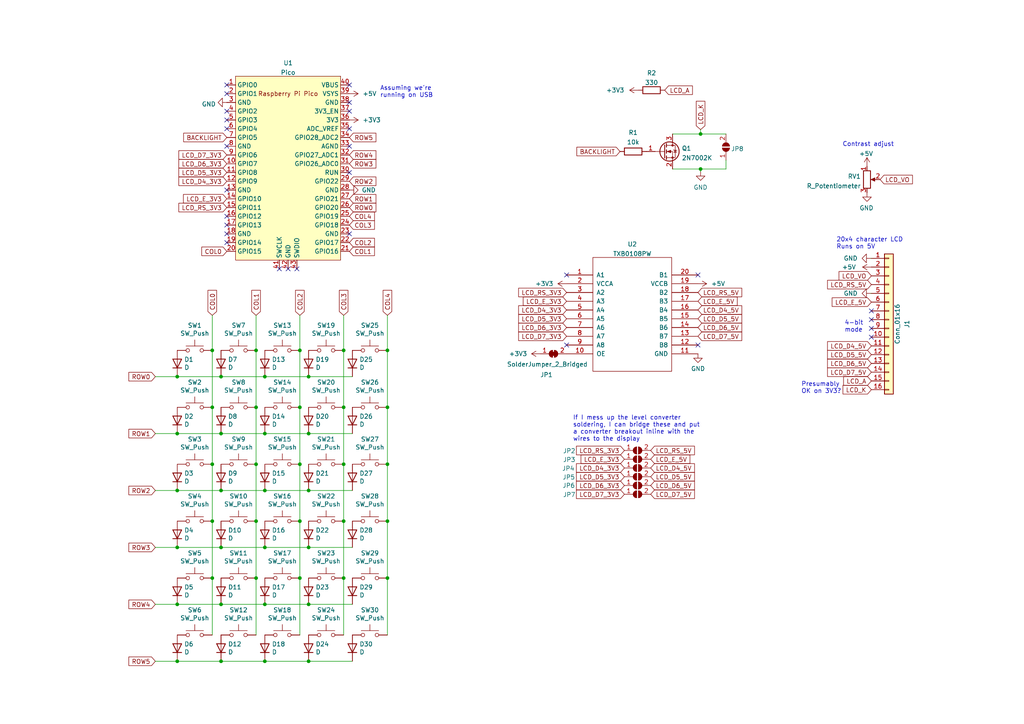
<source format=kicad_sch>
(kicad_sch (version 20210621) (generator eeschema)
  (paper "A4")
  (lib_symbols
    (symbol "Connector_Generic:Conn_01x16" (pin_names (offset 1.016) hide)
      (property "Reference" "J" (at 0 20.32 0))
      (property "Value" "Conn_01x16" (at 0 -22.86 0))
      (symbol "Conn_01x16_1_1"
        (rectangle (start -1.27 -20.193) (end 0 -20.447) (stroke (width 0.1524)))
        (rectangle (start -1.27 -17.653) (end 0 -17.907) (stroke (width 0.1524)))
        (rectangle (start -1.27 -15.113) (end 0 -15.367) (stroke (width 0.1524)))
        (rectangle (start -1.27 -12.573) (end 0 -12.827) (stroke (width 0.1524)))
        (rectangle (start -1.27 -10.033) (end 0 -10.287) (stroke (width 0.1524)))
        (rectangle (start -1.27 -7.493) (end 0 -7.747) (stroke (width 0.1524)))
        (rectangle (start -1.27 -4.953) (end 0 -5.207) (stroke (width 0.1524)))
        (rectangle (start -1.27 -2.413) (end 0 -2.667) (stroke (width 0.1524)))
        (rectangle (start -1.27 0.127) (end 0 -0.127) (stroke (width 0.1524)))
        (rectangle (start -1.27 2.667) (end 0 2.413) (stroke (width 0.1524)))
        (rectangle (start -1.27 5.207) (end 0 4.953) (stroke (width 0.1524)))
        (rectangle (start -1.27 7.747) (end 0 7.493) (stroke (width 0.1524)))
        (rectangle (start -1.27 10.287) (end 0 10.033) (stroke (width 0.1524)))
        (rectangle (start -1.27 12.827) (end 0 12.573) (stroke (width 0.1524)))
        (rectangle (start -1.27 15.367) (end 0 15.113) (stroke (width 0.1524)))
        (rectangle (start -1.27 17.907) (end 0 17.653) (stroke (width 0.1524)))
        (rectangle (start -1.27 19.05) (end 1.27 -21.59) (stroke (width 0.254)) (fill (type background)))
        (pin passive line (at -5.08 17.78 0) (length 3.81) (name "Pin_1") (number "1"))
        (pin passive line (at -5.08 -5.08 0) (length 3.81) (name "Pin_10") (number "10"))
        (pin passive line (at -5.08 -7.62 0) (length 3.81) (name "Pin_11") (number "11"))
        (pin passive line (at -5.08 -10.16 0) (length 3.81) (name "Pin_12") (number "12"))
        (pin passive line (at -5.08 -12.7 0) (length 3.81) (name "Pin_13") (number "13"))
        (pin passive line (at -5.08 -15.24 0) (length 3.81) (name "Pin_14") (number "14"))
        (pin passive line (at -5.08 -17.78 0) (length 3.81) (name "Pin_15") (number "15"))
        (pin passive line (at -5.08 -20.32 0) (length 3.81) (name "Pin_16") (number "16"))
        (pin passive line (at -5.08 15.24 0) (length 3.81) (name "Pin_2") (number "2"))
        (pin passive line (at -5.08 12.7 0) (length 3.81) (name "Pin_3") (number "3"))
        (pin passive line (at -5.08 10.16 0) (length 3.81) (name "Pin_4") (number "4"))
        (pin passive line (at -5.08 7.62 0) (length 3.81) (name "Pin_5") (number "5"))
        (pin passive line (at -5.08 5.08 0) (length 3.81) (name "Pin_6") (number "6"))
        (pin passive line (at -5.08 2.54 0) (length 3.81) (name "Pin_7") (number "7"))
        (pin passive line (at -5.08 0 0) (length 3.81) (name "Pin_8") (number "8"))
        (pin passive line (at -5.08 -2.54 0) (length 3.81) (name "Pin_9") (number "9"))
      )
    )
    (symbol "Device:D" (pin_numbers hide) (pin_names (offset 1.016) hide)
      (property "Reference" "D" (at 0 2.54 0))
      (property "Value" "D" (at 0 -2.54 0))
      (symbol "D_0_1"
        (polyline (pts (xy -1.27 1.27) (xy -1.27 -1.27)) (stroke (width 0.254)))
        (polyline (pts (xy 1.27 0) (xy -1.27 0)))
        (polyline (pts (xy 1.27 1.27) (xy 1.27 -1.27) (xy -1.27 0) (xy 1.27 1.27)) (stroke (width 0.254)))
      )
      (symbol "D_1_1"
        (pin passive line (at -3.81 0 0) (length 2.54) (name "K") (number "1"))
        (pin passive line (at 3.81 0 180) (length 2.54) (name "A") (number "2"))
      )
    )
    (symbol "Device:R" (pin_numbers hide) (pin_names (offset 0))
      (property "Reference" "R" (at 2.032 0 90))
      (property "Value" "R" (at 0 0 90))
      (symbol "R_0_1"
        (rectangle (start -1.016 -2.54) (end 1.016 2.54) (stroke (width 0.254)))
      )
      (symbol "R_1_1"
        (pin passive line (at 0 3.81 270) (length 1.27) (name "~") (number "1"))
        (pin passive line (at 0 -3.81 90) (length 1.27) (name "~") (number "2"))
      )
    )
    (symbol "Device:R_Potentiometer" (pin_names (offset 1.016) hide)
      (property "Reference" "RV" (at -4.445 0 90))
      (property "Value" "R_Potentiometer" (at -2.54 0 90))
      (symbol "R_Potentiometer_0_1"
        (polyline (pts (xy 2.54 0) (xy 1.524 0)))
        (polyline (pts (xy 1.143 0) (xy 2.286 0.508) (xy 2.286 -0.508) (xy 1.143 0)) (fill (type outline)))
        (rectangle (start 1.016 2.54) (end -1.016 -2.54) (stroke (width 0.254)))
      )
      (symbol "R_Potentiometer_1_1"
        (pin passive line (at 0 3.81 270) (length 1.27) (name "1") (number "1"))
        (pin passive line (at 3.81 0 180) (length 1.27) (name "2") (number "2"))
        (pin passive line (at 0 -3.81 90) (length 1.27) (name "3") (number "3"))
      )
    )
    (symbol "Jumper:SolderJumper_2_Bridged" (pin_names (offset 0) hide)
      (property "Reference" "JP" (at 0 2.032 0))
      (property "Value" "SolderJumper_2_Bridged" (at 0 -2.54 0))
      (symbol "SolderJumper_2_Bridged_0_1"
        (rectangle (start -0.508 0.508) (end 0.508 -0.508) (fill (type outline)))
        (arc (start -0.254 1.016) (mid -1.27 0) (end -0.254 -1.016))
        (arc (start -0.254 1.016) (mid -1.27 0) (end -0.254 -1.016) (fill (type outline)))
        (polyline (pts (xy -0.254 1.016) (xy -0.254 -1.016)))
        (polyline (pts (xy 0.254 1.016) (xy 0.254 -1.016)))
        (arc (start 0.254 -1.016) (mid 1.27 0) (end 0.254 1.016))
        (arc (start 0.254 -1.016) (mid 1.27 0) (end 0.254 1.016) (fill (type outline)))
      )
      (symbol "SolderJumper_2_Bridged_1_1"
        (pin passive line (at -3.81 0 0) (length 2.54) (name "A") (number "1"))
        (pin passive line (at 3.81 0 180) (length 2.54) (name "B") (number "2"))
      )
    )
    (symbol "Jumper:SolderJumper_2_Open" (pin_names (offset 0) hide)
      (property "Reference" "JP" (at 0 2.032 0))
      (property "Value" "SolderJumper_2_Open" (at 0 -2.54 0))
      (symbol "SolderJumper_2_Open_0_1"
        (arc (start -0.254 1.016) (mid -1.27 0) (end -0.254 -1.016))
        (arc (start -0.254 1.016) (mid -1.27 0) (end -0.254 -1.016) (fill (type outline)))
        (polyline (pts (xy -0.254 1.016) (xy -0.254 -1.016)))
        (polyline (pts (xy 0.254 1.016) (xy 0.254 -1.016)))
        (arc (start 0.254 -1.016) (mid 1.27 0) (end 0.254 1.016))
        (arc (start 0.254 -1.016) (mid 1.27 0) (end 0.254 1.016) (fill (type outline)))
      )
      (symbol "SolderJumper_2_Open_1_1"
        (pin passive line (at -3.81 0 0) (length 2.54) (name "A") (number "1"))
        (pin passive line (at 3.81 0 180) (length 2.54) (name "B") (number "2"))
      )
    )
    (symbol "MCU_RaspberryPi_and_Boards:Pico"
      (property "Reference" "U" (at -13.97 27.94 0))
      (property "Value" "Pico" (at 0 19.05 0))
      (symbol "Pico_0_0"
        (text "Raspberry Pi Pico" (at 0 21.59 0) (effects (font (size 1.27 1.27))))
      )
      (symbol "Pico_0_1"
        (rectangle (start -15.24 26.67) (end 15.24 -26.67) (fill (type background)))
      )
      (symbol "Pico_1_1"
        (pin bidirectional line (at -17.78 24.13 0) (length 2.54) (name "GPIO0") (number "1"))
        (pin bidirectional line (at -17.78 1.27 0) (length 2.54) (name "GPIO7") (number "10"))
        (pin bidirectional line (at -17.78 -1.27 0) (length 2.54) (name "GPIO8") (number "11"))
        (pin bidirectional line (at -17.78 -3.81 0) (length 2.54) (name "GPIO9") (number "12"))
        (pin power_in line (at -17.78 -6.35 0) (length 2.54) (name "GND") (number "13"))
        (pin bidirectional line (at -17.78 -8.89 0) (length 2.54) (name "GPIO10") (number "14"))
        (pin bidirectional line (at -17.78 -11.43 0) (length 2.54) (name "GPIO11") (number "15"))
        (pin bidirectional line (at -17.78 -13.97 0) (length 2.54) (name "GPIO12") (number "16"))
        (pin bidirectional line (at -17.78 -16.51 0) (length 2.54) (name "GPIO13") (number "17"))
        (pin power_in line (at -17.78 -19.05 0) (length 2.54) (name "GND") (number "18"))
        (pin bidirectional line (at -17.78 -21.59 0) (length 2.54) (name "GPIO14") (number "19"))
        (pin bidirectional line (at -17.78 21.59 0) (length 2.54) (name "GPIO1") (number "2"))
        (pin bidirectional line (at -17.78 -24.13 0) (length 2.54) (name "GPIO15") (number "20"))
        (pin bidirectional line (at 17.78 -24.13 180) (length 2.54) (name "GPIO16") (number "21"))
        (pin bidirectional line (at 17.78 -21.59 180) (length 2.54) (name "GPIO17") (number "22"))
        (pin power_in line (at 17.78 -19.05 180) (length 2.54) (name "GND") (number "23"))
        (pin bidirectional line (at 17.78 -16.51 180) (length 2.54) (name "GPIO18") (number "24"))
        (pin bidirectional line (at 17.78 -13.97 180) (length 2.54) (name "GPIO19") (number "25"))
        (pin bidirectional line (at 17.78 -11.43 180) (length 2.54) (name "GPIO20") (number "26"))
        (pin bidirectional line (at 17.78 -8.89 180) (length 2.54) (name "GPIO21") (number "27"))
        (pin power_in line (at 17.78 -6.35 180) (length 2.54) (name "GND") (number "28"))
        (pin bidirectional line (at 17.78 -3.81 180) (length 2.54) (name "GPIO22") (number "29"))
        (pin power_in line (at -17.78 19.05 0) (length 2.54) (name "GND") (number "3"))
        (pin input line (at 17.78 -1.27 180) (length 2.54) (name "RUN") (number "30"))
        (pin bidirectional line (at 17.78 1.27 180) (length 2.54) (name "GPIO26_ADC0") (number "31"))
        (pin bidirectional line (at 17.78 3.81 180) (length 2.54) (name "GPIO27_ADC1") (number "32"))
        (pin power_in line (at 17.78 6.35 180) (length 2.54) (name "AGND") (number "33"))
        (pin bidirectional line (at 17.78 8.89 180) (length 2.54) (name "GPIO28_ADC2") (number "34"))
        (pin power_in line (at 17.78 11.43 180) (length 2.54) (name "ADC_VREF") (number "35"))
        (pin power_in line (at 17.78 13.97 180) (length 2.54) (name "3V3") (number "36"))
        (pin input line (at 17.78 16.51 180) (length 2.54) (name "3V3_EN") (number "37"))
        (pin bidirectional line (at 17.78 19.05 180) (length 2.54) (name "GND") (number "38"))
        (pin power_in line (at 17.78 21.59 180) (length 2.54) (name "VSYS") (number "39"))
        (pin bidirectional line (at -17.78 16.51 0) (length 2.54) (name "GPIO2") (number "4"))
        (pin power_in line (at 17.78 24.13 180) (length 2.54) (name "VBUS") (number "40"))
        (pin input line (at -2.54 -29.21 90) (length 2.54) (name "SWCLK") (number "41"))
        (pin power_in line (at 0 -29.21 90) (length 2.54) (name "GND") (number "42"))
        (pin bidirectional line (at 2.54 -29.21 90) (length 2.54) (name "SWDIO") (number "43"))
        (pin bidirectional line (at -17.78 13.97 0) (length 2.54) (name "GPIO3") (number "5"))
        (pin bidirectional line (at -17.78 11.43 0) (length 2.54) (name "GPIO4") (number "6"))
        (pin bidirectional line (at -17.78 8.89 0) (length 2.54) (name "GPIO5") (number "7"))
        (pin power_in line (at -17.78 6.35 0) (length 2.54) (name "GND") (number "8"))
        (pin bidirectional line (at -17.78 3.81 0) (length 2.54) (name "GPIO6") (number "9"))
      )
    )
    (symbol "Switch:SW_Push" (pin_numbers hide) (pin_names (offset 1.016) hide)
      (property "Reference" "SW" (at 1.27 2.54 0))
      (property "Value" "SW_Push" (at 0 -1.524 0))
      (symbol "SW_Push_0_1"
        (circle (center -2.032 0) (radius 0.508))
        (polyline (pts (xy 0 1.27) (xy 0 3.048)))
        (polyline (pts (xy 2.54 1.27) (xy -2.54 1.27)))
        (circle (center 2.032 0) (radius 0.508))
        (pin passive line (at -5.08 0 0) (length 2.54) (name "1") (number "1"))
        (pin passive line (at 5.08 0 180) (length 2.54) (name "2") (number "2"))
      )
    )
    (symbol "TXB0108PW:TXB0108PW" (pin_names (offset 1.016))
      (property "Reference" "U" (at 0 -2.54 0))
      (property "Value" "TXB0108PW" (at 0 2.54 0))
      (symbol "TXB0108PW_1_0"
        (rectangle (start -11.43 -16.51) (end 11.43 16.51))
      )
      (symbol "TXB0108PW_1_1"
        (pin bidirectional line (at -19.05 11.43 0) (length 7.62) (name "A1") (number "1"))
        (pin bidirectional line (at -19.05 -11.43 0) (length 7.62) (name "OE") (number "10"))
        (pin bidirectional line (at 19.05 -11.43 180) (length 7.62) (name "GND") (number "11"))
        (pin bidirectional line (at 19.05 -8.89 180) (length 7.62) (name "B8") (number "12"))
        (pin bidirectional line (at 19.05 -6.35 180) (length 7.62) (name "B7") (number "13"))
        (pin bidirectional line (at 19.05 -3.81 180) (length 7.62) (name "B6") (number "14"))
        (pin bidirectional line (at 19.05 -1.27 180) (length 7.62) (name "B5") (number "15"))
        (pin bidirectional line (at 19.05 1.27 180) (length 7.62) (name "B4") (number "16"))
        (pin bidirectional line (at 19.05 3.81 180) (length 7.62) (name "B3") (number "17"))
        (pin bidirectional line (at 19.05 6.35 180) (length 7.62) (name "B2") (number "18"))
        (pin bidirectional line (at 19.05 8.89 180) (length 7.62) (name "VCCB") (number "19"))
        (pin bidirectional line (at -19.05 8.89 0) (length 7.62) (name "VCCA") (number "2"))
        (pin bidirectional line (at 19.05 11.43 180) (length 7.62) (name "B1") (number "20"))
        (pin bidirectional line (at -19.05 6.35 0) (length 7.62) (name "A2") (number "3"))
        (pin bidirectional line (at -19.05 3.81 0) (length 7.62) (name "A3") (number "4"))
        (pin bidirectional line (at -19.05 1.27 0) (length 7.62) (name "A4") (number "5"))
        (pin bidirectional line (at -19.05 -1.27 0) (length 7.62) (name "A5") (number "6"))
        (pin bidirectional line (at -19.05 -3.81 0) (length 7.62) (name "A6") (number "7"))
        (pin bidirectional line (at -19.05 -6.35 0) (length 7.62) (name "A7") (number "8"))
        (pin bidirectional line (at -19.05 -8.89 0) (length 7.62) (name "A8") (number "9"))
      )
    )
    (symbol "Transistor_FET:2N7002K" (pin_names hide)
      (property "Reference" "Q" (at 5.08 1.905 0))
      (property "Value" "2N7002K" (at 5.08 0 0))
      (symbol "2N7002K_0_1"
        (polyline (pts (xy 0.254 0) (xy -2.54 0)))
        (polyline (pts (xy 0.254 1.905) (xy 0.254 -1.905)) (stroke (width 0.254)))
        (polyline (pts (xy 0.762 -1.27) (xy 0.762 -2.286)) (stroke (width 0.254)))
        (polyline (pts (xy 0.762 0.508) (xy 0.762 -0.508)) (stroke (width 0.254)))
        (polyline (pts (xy 0.762 2.286) (xy 0.762 1.27)) (stroke (width 0.254)))
        (polyline (pts (xy 2.54 2.54) (xy 2.54 1.778)))
        (polyline (pts (xy 2.54 -2.54) (xy 2.54 0) (xy 0.762 0)))
        (polyline (pts (xy 0.762 -1.778) (xy 3.302 -1.778) (xy 3.302 1.778) (xy 0.762 1.778)))
        (polyline (pts (xy 1.016 0) (xy 2.032 0.381) (xy 2.032 -0.381) (xy 1.016 0)) (fill (type outline)))
        (polyline (pts (xy 2.794 0.508) (xy 2.921 0.381) (xy 3.683 0.381) (xy 3.81 0.254)))
        (polyline (pts (xy 3.302 0.381) (xy 2.921 -0.254) (xy 3.683 -0.254) (xy 3.302 0.381)))
        (circle (center 1.651 0) (radius 2.794) (stroke (width 0.254)))
        (circle (center 2.54 -1.778) (radius 0.254) (fill (type outline)))
        (circle (center 2.54 1.778) (radius 0.254) (fill (type outline)))
      )
      (symbol "2N7002K_1_1"
        (pin input line (at -5.08 0 0) (length 2.54) (name "G") (number "1"))
        (pin passive line (at 2.54 -5.08 90) (length 2.54) (name "S") (number "2"))
        (pin passive line (at 2.54 5.08 270) (length 2.54) (name "D") (number "3"))
      )
    )
    (symbol "power:+3V3" (power) (pin_names (offset 0))
      (property "Value" "+3V3" (at 0 3.556 0))
      (symbol "+3V3_0_1"
        (polyline (pts (xy -0.762 1.27) (xy 0 2.54)))
        (polyline (pts (xy 0 0) (xy 0 2.54)))
        (polyline (pts (xy 0 2.54) (xy 0.762 1.27)))
      )
      (symbol "+3V3_1_1"
        (pin power_in line (at 0 0 90) (length 0) hide (name "+3V3") (number "1"))
      )
    )
    (symbol "power:+5V" (power) (pin_names (offset 0))
      (property "Value" "+5V" (at 0 3.556 0))
      (symbol "+5V_0_1"
        (polyline (pts (xy -0.762 1.27) (xy 0 2.54)))
        (polyline (pts (xy 0 0) (xy 0 2.54)))
        (polyline (pts (xy 0 2.54) (xy 0.762 1.27)))
      )
      (symbol "+5V_1_1"
        (pin power_in line (at 0 0 90) (length 0) hide (name "+5V") (number "1"))
      )
    )
    (symbol "power:GND" (power) (pin_names (offset 0))
      (property "Value" "GND" (at 0 -3.81 0))
      (symbol "GND_0_1"
        (polyline (pts (xy 0 0) (xy 0 -1.27) (xy 1.27 -1.27) (xy 0 -2.54) (xy -1.27 -1.27) (xy 0 -1.27)))
      )
      (symbol "GND_1_1"
        (pin power_in line (at 0 0 270) (length 0) hide (name "GND") (number "1"))
      )
    )
  )
  (junction (at 64.1096 175.2854))
  (junction (at 51.4096 125.7554))
  (junction (at 89.5096 158.7754))
  (junction (at 74.2696 118.1354))
  (junction (at 112.3696 167.6654))
  (junction (at 74.2696 134.6454))
  (junction (at 61.5696 134.6454))
  (junction (at 61.5696 167.6654))
  (junction (at 86.9696 151.1554))
  (junction (at 89.5096 175.2854))
  (junction (at 99.6696 101.6254))
  (junction (at 99.6696 118.1354))
  (junction (at 203.2 49.022))
  (junction (at 51.4096 175.2854))
  (junction (at 89.5096 191.7954))
  (junction (at 64.1096 142.2654))
  (junction (at 203.2 38.862))
  (junction (at 76.8096 109.2454))
  (junction (at 86.9696 118.1354))
  (junction (at 86.9696 134.6454))
  (junction (at 99.6696 134.6454))
  (junction (at 64.1096 191.7954))
  (junction (at 61.5696 118.1354))
  (junction (at 61.5696 101.6254))
  (junction (at 112.3696 151.1554))
  (junction (at 76.8096 191.7954))
  (junction (at 89.5096 142.2654))
  (junction (at 112.3696 101.6254))
  (junction (at 76.8096 158.7754))
  (junction (at 76.8096 125.7554))
  (junction (at 64.1096 125.7554))
  (junction (at 51.4096 109.2454))
  (junction (at 61.5696 151.1554))
  (junction (at 74.2696 151.1554))
  (junction (at 51.4096 191.7954))
  (junction (at 99.6696 167.6654))
  (junction (at 76.8096 175.2854))
  (junction (at 89.5096 125.7554))
  (junction (at 86.9696 101.6254))
  (junction (at 64.1096 158.7754))
  (junction (at 89.5096 109.2454))
  (junction (at 64.1096 109.2454))
  (junction (at 86.9696 167.6654))
  (junction (at 112.3696 118.1354))
  (junction (at 112.3696 134.6454))
  (junction (at 76.8096 142.2654))
  (junction (at 51.4096 158.7754))
  (junction (at 99.6696 151.1554))
  (junction (at 74.2696 101.6254))
  (junction (at 74.2696 167.6654))
  (junction (at 51.4096 142.2654))
  (no_connect (at 101.346 37.338))
  (no_connect (at 101.346 29.718))
  (no_connect (at 65.786 67.818))
  (no_connect (at 101.346 42.418))
  (no_connect (at 83.566 77.978))
  (no_connect (at 101.346 67.818))
  (no_connect (at 65.786 55.118))
  (no_connect (at 65.786 42.418))
  (no_connect (at 101.346 50.038))
  (no_connect (at 252.73 95.25))
  (no_connect (at 252.73 97.79))
  (no_connect (at 252.73 92.71))
  (no_connect (at 252.73 90.17))
  (no_connect (at 65.786 70.358))
  (no_connect (at 65.786 65.278))
  (no_connect (at 65.786 62.738))
  (no_connect (at 65.786 24.638))
  (no_connect (at 65.786 27.178))
  (no_connect (at 65.786 32.258))
  (no_connect (at 65.786 34.798))
  (no_connect (at 65.786 37.338))
  (no_connect (at 164.338 79.756))
  (no_connect (at 164.338 100.076))
  (no_connect (at 202.438 100.076))
  (no_connect (at 101.346 32.258))
  (no_connect (at 101.346 24.638))
  (no_connect (at 81.026 77.978))
  (no_connect (at 86.106 77.978))
  (no_connect (at 202.438 79.756))
  (wire (pts (xy 252.73 85.09) (xy 252.5734 85.09)))
  (wire (pts (xy 86.9696 101.6254) (xy 86.9696 118.1354)))
  (wire (pts (xy 89.5096 142.2654) (xy 102.2096 142.2654)))
  (wire (pts (xy 76.8096 109.2454) (xy 89.5096 109.2454)))
  (wire (pts (xy 86.9696 91.4654) (xy 86.9696 101.6254)))
  (wire (pts (xy 45.0596 125.7554) (xy 51.4096 125.7554)))
  (wire (pts (xy 76.8096 191.7954) (xy 89.5096 191.7954)))
  (wire (pts (xy 86.9696 167.6654) (xy 86.9696 184.1754)))
  (wire (pts (xy 99.6696 151.1554) (xy 99.6696 134.6454)))
  (wire (pts (xy 89.5096 125.7554) (xy 102.2096 125.7554)))
  (wire (pts (xy 252.73 74.93) (xy 252.5734 74.93)))
  (wire (pts (xy 89.5096 175.2854) (xy 102.2096 175.2854)))
  (wire (pts (xy 112.3696 91.4654) (xy 112.3696 101.6254)))
  (wire (pts (xy 61.5696 101.6254) (xy 61.5696 118.1354)))
  (wire (pts (xy 51.4096 158.7754) (xy 64.1096 158.7754)))
  (wire (pts (xy 64.1096 142.2654) (xy 76.8096 142.2654)))
  (wire (pts (xy 76.8096 175.2854) (xy 89.5096 175.2854)))
  (wire (pts (xy 74.2696 101.6254) (xy 74.2696 118.1354)))
  (wire (pts (xy 61.5696 134.6454) (xy 61.5696 151.1554)))
  (wire (pts (xy 45.0596 109.2454) (xy 51.4096 109.2454)))
  (wire (pts (xy 89.5096 191.7954) (xy 102.2096 191.7954)))
  (wire (pts (xy 203.2 37.592) (xy 203.2 38.862)))
  (wire (pts (xy 51.4096 125.7554) (xy 64.1096 125.7554)))
  (wire (pts (xy 74.2696 167.6654) (xy 74.2696 184.1754)))
  (wire (pts (xy 112.3696 101.6254) (xy 112.3696 118.1354)))
  (wire (pts (xy 76.8096 158.7754) (xy 89.5096 158.7754)))
  (wire (pts (xy 89.5096 109.2454) (xy 102.2096 109.2454)))
  (wire (pts (xy 64.1096 191.7954) (xy 76.8096 191.7954)))
  (wire (pts (xy 89.5096 158.7754) (xy 102.2096 158.7754)))
  (wire (pts (xy 99.6696 134.6454) (xy 99.6696 118.1354)))
  (wire (pts (xy 86.9696 118.1354) (xy 86.9696 134.6454)))
  (wire (pts (xy 64.1096 158.7754) (xy 76.8096 158.7754)))
  (wire (pts (xy 45.0596 191.7954) (xy 51.4096 191.7954)))
  (wire (pts (xy 64.1096 109.2454) (xy 76.8096 109.2454)))
  (wire (pts (xy 195.072 38.862) (xy 203.2 38.862)))
  (wire (pts (xy 203.2 38.862) (xy 210.566 38.862)))
  (wire (pts (xy 51.4096 142.2654) (xy 64.1096 142.2654)))
  (wire (pts (xy 51.4096 175.2854) (xy 64.1096 175.2854)))
  (wire (pts (xy 86.9696 134.6454) (xy 86.9696 151.1554)))
  (wire (pts (xy 203.2 49.022) (xy 203.2 49.784)))
  (wire (pts (xy 195.072 49.022) (xy 203.2 49.022)))
  (wire (pts (xy 74.2696 134.6454) (xy 74.2696 151.1554)))
  (wire (pts (xy 61.5696 151.1554) (xy 61.5696 167.6654)))
  (wire (pts (xy 76.8096 142.2654) (xy 89.5096 142.2654)))
  (wire (pts (xy 112.3696 118.1354) (xy 112.3696 134.6454)))
  (wire (pts (xy 64.1096 125.7554) (xy 76.8096 125.7554)))
  (wire (pts (xy 112.3696 151.1554) (xy 112.3696 167.6654)))
  (wire (pts (xy 45.0596 175.2854) (xy 51.4096 175.2854)))
  (wire (pts (xy 86.9696 151.1554) (xy 86.9696 167.6654)))
  (wire (pts (xy 45.0596 142.2654) (xy 51.4096 142.2654)))
  (wire (pts (xy 112.3696 167.6654) (xy 112.3696 184.1754)))
  (wire (pts (xy 61.5696 167.6654) (xy 61.5696 184.1754)))
  (wire (pts (xy 51.4096 191.7954) (xy 64.1096 191.7954)))
  (wire (pts (xy 74.2696 118.1354) (xy 74.2696 134.6454)))
  (wire (pts (xy 74.2696 151.1554) (xy 74.2696 167.6654)))
  (wire (pts (xy 210.566 46.482) (xy 210.566 49.022)))
  (wire (pts (xy 203.2 49.022) (xy 210.566 49.022)))
  (wire (pts (xy 99.6696 167.6654) (xy 99.6696 151.1554)))
  (wire (pts (xy 64.1096 175.2854) (xy 76.8096 175.2854)))
  (wire (pts (xy 99.6696 118.1354) (xy 99.6696 101.6254)))
  (wire (pts (xy 45.0596 158.7754) (xy 51.4096 158.7754)))
  (wire (pts (xy 61.5696 118.1354) (xy 61.5696 134.6454)))
  (wire (pts (xy 99.6696 101.6254) (xy 99.6696 91.4654)))
  (wire (pts (xy 112.3696 134.6454) (xy 112.3696 151.1554)))
  (wire (pts (xy 76.8096 125.7554) (xy 89.5096 125.7554)))
  (wire (pts (xy 99.6696 184.1754) (xy 99.6696 167.6654)))
  (wire (pts (xy 61.5696 91.4654) (xy 61.5696 101.6254)))
  (wire (pts (xy 74.2696 91.4654) (xy 74.2696 101.6254)))
  (wire (pts (xy 51.4096 109.2454) (xy 64.1096 109.2454)))
  (text "Contrast adjust" (at 244.348 42.672 0) (effects (font (size 1.27 1.27)) (justify left bottom)))
  (text "Presumably\nOK on 3V3?" (at 232.41 114.3 0) (effects (font (size 1.27 1.27)) (justify left bottom)))
  (text "4-bit\nmode\n" (at 244.9534 96.52 0) (effects (font (size 1.27 1.27)) (justify left bottom)))
  (text "If I mess up the level converter \nsoldering, I can bridge these and put\na converter breakout inline with the\nwires to the display" (at 166.1668 128.143 0) (effects (font (size 1.27 1.27)) (justify left bottom)))
  (text "20x4 character LCD\nRuns on 5V" (at 242.57 72.39 0) (effects (font (size 1.27 1.27)) (justify left bottom)))
  (text "Assuming we're\nrunning on USB" (at 110.236 28.448 0) (effects (font (size 1.27 1.27)) (justify left bottom)))
  (global_label "LCD_D6_3V3" (shape input) (at 65.786 47.498 180) (property "Intersheet References" "${INTERSHEET_REFS}" (effects hide)))
  (global_label "ROW3" (shape input) (at 101.346 47.498 0) (property "Intersheet References" "${INTERSHEET_REFS}" (effects hide)))
  (global_label "LCD_VO" (shape input) (at 252.73 80.01 180) (property "Intersheet References" "${INTERSHEET_REFS}" (effects hide)))
  (global_label "LCD_D7_5V" (shape input) (at 252.73 107.95 180) (property "Intersheet References" "${INTERSHEET_REFS}" (effects hide)))
  (global_label "LCD_RS_3V3" (shape input) (at 65.786 60.198 180) (property "Intersheet References" "${INTERSHEET_REFS}" (effects hide)))
  (global_label "LCD_E_3V3" (shape input) (at 65.786 57.658 180) (property "Intersheet References" "${INTERSHEET_REFS}" (effects hide)))
  (global_label "LCD_D7_3V3" (shape input) (at 181.102 143.3576 180) (property "Intersheet References" "${INTERSHEET_REFS}" (effects hide)))
  (global_label "LCD_D4_3V3" (shape input) (at 181.102 135.7376 180) (property "Intersheet References" "${INTERSHEET_REFS}" (effects hide)))
  (global_label "LCD_K" (shape input) (at 252.73 113.03 180) (property "Intersheet References" "${INTERSHEET_REFS}" (effects hide)))
  (global_label "LCD_D5_3V3" (shape input) (at 181.102 138.2776 180) (property "Intersheet References" "${INTERSHEET_REFS}" (effects hide)))
  (global_label "LCD_D7_5V" (shape input) (at 188.722 143.3576 0) (property "Intersheet References" "${INTERSHEET_REFS}" (effects hide)))
  (global_label "LCD_D4_5V" (shape input) (at 252.73 100.33 180) (property "Intersheet References" "${INTERSHEET_REFS}" (effects hide)))
  (global_label "LCD_RS_5V" (shape input) (at 202.438 84.836 0) (property "Intersheet References" "${INTERSHEET_REFS}" (effects hide)))
  (global_label "LCD_D7_3V3" (shape input) (at 65.786 44.958 180) (property "Intersheet References" "${INTERSHEET_REFS}" (effects hide)))
  (global_label "ROW2" (shape input) (at 101.346 52.578 0) (property "Intersheet References" "${INTERSHEET_REFS}" (effects hide)))
  (global_label "LCD_D4_3V3" (shape input) (at 164.338 89.916 180) (property "Intersheet References" "${INTERSHEET_REFS}" (effects hide)))
  (global_label "LCD_E_3V3" (shape input) (at 181.102 133.1976 180) (property "Intersheet References" "${INTERSHEET_REFS}" (effects hide)))
  (global_label "ROW4" (shape input) (at 101.346 44.958 0) (property "Intersheet References" "${INTERSHEET_REFS}" (effects hide)))
  (global_label "COL3" (shape input) (at 101.346 65.278 0) (property "Intersheet References" "${INTERSHEET_REFS}" (effects hide)))
  (global_label "LCD_A" (shape input) (at 192.786 26.162 0) (property "Intersheet References" "${INTERSHEET_REFS}" (effects hide)))
  (global_label "ROW2" (shape input) (at 45.0596 142.2654 180) (property "Intersheet References" "${INTERSHEET_REFS}" (effects hide)))
  (global_label "ROW4" (shape input) (at 45.0596 175.2854 180) (property "Intersheet References" "${INTERSHEET_REFS}" (effects hide)))
  (global_label "LCD_K" (shape input) (at 203.2 37.592 90) (property "Intersheet References" "${INTERSHEET_REFS}" (effects hide)))
  (global_label "LCD_D5_3V3" (shape input) (at 164.338 92.456 180) (property "Intersheet References" "${INTERSHEET_REFS}" (effects hide)))
  (global_label "ROW1" (shape input) (at 45.0596 125.7554 180) (property "Intersheet References" "${INTERSHEET_REFS}" (effects hide)))
  (global_label "LCD_D5_3V3" (shape input) (at 65.786 50.038 180) (property "Intersheet References" "${INTERSHEET_REFS}" (effects hide)))
  (global_label "LCD_E_5V" (shape input) (at 252.73 87.63 180) (property "Intersheet References" "${INTERSHEET_REFS}" (effects hide)))
  (global_label "COL4" (shape input) (at 101.346 62.738 0) (property "Intersheet References" "${INTERSHEET_REFS}" (effects hide)))
  (global_label "COL1" (shape input) (at 74.2696 91.4654 90) (property "Intersheet References" "${INTERSHEET_REFS}" (effects hide)))
  (global_label "ROW5" (shape input) (at 45.0596 191.7954 180) (property "Intersheet References" "${INTERSHEET_REFS}" (effects hide)))
  (global_label "LCD_E_5V" (shape input) (at 202.438 87.376 0) (property "Intersheet References" "${INTERSHEET_REFS}" (effects hide)))
  (global_label "ROW0" (shape input) (at 45.0596 109.2454 180) (property "Intersheet References" "${INTERSHEET_REFS}" (effects hide)))
  (global_label "COL1" (shape input) (at 101.346 72.898 0) (property "Intersheet References" "${INTERSHEET_REFS}" (effects hide)))
  (global_label "LCD_D7_5V" (shape input) (at 202.438 97.536 0) (property "Intersheet References" "${INTERSHEET_REFS}" (effects hide)))
  (global_label "LCD_E_5V" (shape input) (at 188.722 133.1976 0) (property "Intersheet References" "${INTERSHEET_REFS}" (effects hide)))
  (global_label "LCD_A" (shape input) (at 252.73 110.49 180) (property "Intersheet References" "${INTERSHEET_REFS}" (effects hide)))
  (global_label "LCD_RS_3V3" (shape input) (at 164.338 84.836 180) (property "Intersheet References" "${INTERSHEET_REFS}" (effects hide)))
  (global_label "LCD_D6_3V3" (shape input) (at 181.102 140.8176 180) (property "Intersheet References" "${INTERSHEET_REFS}" (effects hide)))
  (global_label "COL4" (shape input) (at 112.3696 91.4654 90) (property "Intersheet References" "${INTERSHEET_REFS}" (effects hide)))
  (global_label "COL0" (shape input) (at 61.5696 91.4654 90) (property "Intersheet References" "${INTERSHEET_REFS}" (effects hide)))
  (global_label "LCD_RS_5V" (shape input) (at 252.73 82.55 180) (property "Intersheet References" "${INTERSHEET_REFS}" (effects hide)))
  (global_label "ROW1" (shape input) (at 101.346 57.658 0) (property "Intersheet References" "${INTERSHEET_REFS}" (effects hide)))
  (global_label "ROW5" (shape input) (at 101.346 39.878 0) (property "Intersheet References" "${INTERSHEET_REFS}" (effects hide)))
  (global_label "COL3" (shape input) (at 99.6696 91.4654 90) (property "Intersheet References" "${INTERSHEET_REFS}" (effects hide)))
  (global_label "ROW3" (shape input) (at 45.0596 158.7754 180) (property "Intersheet References" "${INTERSHEET_REFS}" (effects hide)))
  (global_label "LCD_RS_3V3" (shape input) (at 181.102 130.6576 180) (property "Intersheet References" "${INTERSHEET_REFS}" (effects hide)))
  (global_label "COL0" (shape input) (at 65.786 72.898 180) (property "Intersheet References" "${INTERSHEET_REFS}" (effects hide)))
  (global_label "LCD_VO" (shape input) (at 255.27 52.07 0) (property "Intersheet References" "${INTERSHEET_REFS}" (effects hide)))
  (global_label "ROW0" (shape input) (at 101.346 60.198 0) (property "Intersheet References" "${INTERSHEET_REFS}" (effects hide)))
  (global_label "LCD_D6_5V" (shape input) (at 252.73 105.41 180) (property "Intersheet References" "${INTERSHEET_REFS}" (effects hide)))
  (global_label "LCD_D4_5V" (shape input) (at 188.722 135.7376 0) (property "Intersheet References" "${INTERSHEET_REFS}" (effects hide)))
  (global_label "LCD_D4_5V" (shape input) (at 202.438 89.916 0) (property "Intersheet References" "${INTERSHEET_REFS}" (effects hide)))
  (global_label "COL2" (shape input) (at 86.9696 91.4654 90) (property "Intersheet References" "${INTERSHEET_REFS}" (effects hide)))
  (global_label "BACKLIGHT" (shape input) (at 65.786 39.878 180) (property "Intersheet References" "${INTERSHEET_REFS}" (effects hide)))
  (global_label "LCD_D6_3V3" (shape input) (at 164.338 94.996 180) (property "Intersheet References" "${INTERSHEET_REFS}" (effects hide)))
  (global_label "LCD_D5_5V" (shape input) (at 188.722 138.2776 0) (property "Intersheet References" "${INTERSHEET_REFS}" (effects hide)))
  (global_label "LCD_RS_5V" (shape input) (at 188.722 130.6576 0) (property "Intersheet References" "${INTERSHEET_REFS}" (effects hide)))
  (global_label "LCD_D6_5V" (shape input) (at 188.722 140.8176 0) (property "Intersheet References" "${INTERSHEET_REFS}" (effects hide)))
  (global_label "LCD_D5_5V" (shape input) (at 252.73 102.87 180) (property "Intersheet References" "${INTERSHEET_REFS}" (effects hide)))
  (global_label "LCD_E_3V3" (shape input) (at 164.338 87.376 180) (property "Intersheet References" "${INTERSHEET_REFS}" (effects hide)))
  (global_label "COL2" (shape input) (at 101.346 70.358 0) (property "Intersheet References" "${INTERSHEET_REFS}" (effects hide)))
  (global_label "LCD_D5_5V" (shape input) (at 202.438 92.456 0) (property "Intersheet References" "${INTERSHEET_REFS}" (effects hide)))
  (global_label "LCD_D6_5V" (shape input) (at 202.438 94.996 0) (property "Intersheet References" "${INTERSHEET_REFS}" (effects hide)))
  (global_label "LCD_D7_3V3" (shape input) (at 164.338 97.536 180) (property "Intersheet References" "${INTERSHEET_REFS}" (effects hide)))
  (global_label "BACKLIGHT" (shape input) (at 179.832 43.942 180) (property "Intersheet References" "${INTERSHEET_REFS}" (effects hide)))
  (global_label "LCD_D4_3V3" (shape input) (at 65.786 52.578 180) (property "Intersheet References" "${INTERSHEET_REFS}" (effects hide)))
  (symbol (lib_id "Jumper:SolderJumper_2_Open") (at 184.912 140.8176 0) (unit 1)
    (property "Reference" "JP6" (at 164.973 140.8176 0))
    (property "Value" "SolderJumper_2_Open" (effects hide))
    (property "Footprint" "Jumper:SolderJumper-2_P1.3mm_Open_RoundedPad1.0x1.5mm" (effects hide))
  )
  (symbol (lib_id "Switch:SW_Push") (at 56.4896 101.6254 0) (unit 1)
    (property "Reference" "SW1" (at 56.4896 94.3864 0))
    (property "Value" "SW_Push" (at 56.4896 96.6978 0))
    (property "Footprint" "Button_Switch_Keyboard:SW_Cherry_MX_1.00u_PCB" (effects hide))
  )
  (symbol (lib_id "TXB0108PW:TXB0108PW") (at 183.388 91.186 0) (unit 1)
    (property "Reference" "U2" (at 183.388 70.8365 0))
    (property "Value" "TXB0108PW" (at 183.388 73.6116 0))
    (property "Footprint" "Package_SO:TSSOP-20_4.4x6.5mm_P0.65mm" (effects hide))
    (property "Datasheet" "DOCUMENTATION" (effects hide))
  )
  (symbol (lib_id "Device:D") (at 64.1096 121.9454 90) (unit 1)
    (property "Reference" "D8" (at 66.1416 120.777 90) (effects (justify right)))
    (property "Value" "D" (at 66.1416 123.0884 90) (effects (justify right)))
    (property "Footprint" "Diode_SMD:D_SOD-123" (effects hide))
  )
  (symbol (lib_id "Switch:SW_Push") (at 56.4896 167.6654 0) (unit 1)
    (property "Reference" "SW5" (at 56.4896 160.4264 0))
    (property "Value" "SW_Push" (at 56.4896 162.7378 0))
    (property "Footprint" "Button_Switch_Keyboard:SW_Cherry_MX_1.00u_PCB" (effects hide))
  )
  (symbol (lib_id "Jumper:SolderJumper_2_Open") (at 184.912 143.3576 0) (unit 1)
    (property "Reference" "JP7" (at 165.1 143.4846 0))
    (property "Value" "SolderJumper_2_Open" (effects hide))
    (property "Footprint" "Jumper:SolderJumper-2_P1.3mm_Open_RoundedPad1.0x1.5mm" (effects hide))
  )
  (symbol (lib_id "Device:D") (at 76.8096 105.4354 90) (unit 1)
    (property "Reference" "D13" (at 78.8416 104.267 90) (effects (justify right)))
    (property "Value" "D" (at 78.8416 106.5784 90) (effects (justify right)))
    (property "Footprint" "Diode_SMD:D_SOD-123" (effects hide))
  )
  (symbol (lib_id "Device:D") (at 51.4096 154.9654 90) (unit 1)
    (property "Reference" "D4" (at 53.4416 153.797 90) (effects (justify right)))
    (property "Value" "D" (at 53.4416 156.1084 90) (effects (justify right)))
    (property "Footprint" "Diode_SMD:D_SOD-123" (effects hide))
  )
  (symbol (lib_id "Device:D") (at 51.4096 105.4354 90) (unit 1)
    (property "Reference" "D1" (at 53.4416 104.267 90) (effects (justify right)))
    (property "Value" "D" (at 53.4416 106.5784 90) (effects (justify right)))
    (property "Footprint" "Diode_SMD:D_SOD-123" (effects hide))
  )
  (symbol (lib_id "Switch:SW_Push") (at 107.2896 101.6254 0) (unit 1)
    (property "Reference" "SW25" (at 107.2896 94.3864 0))
    (property "Value" "SW_Push" (at 107.2896 96.6978 0))
    (property "Footprint" "Button_Switch_Keyboard:SW_Cherry_MX_1.00u_PCB" (effects hide))
  )
  (symbol (lib_id "power:+3V3") (at 164.338 82.296 90) (unit 1)
    (property "Reference" "#PWR05" (effects hide))
    (property "Value" "+3V3" (at 160.528 82.296 90) (effects (justify left)))
  )
  (symbol (lib_id "Device:D") (at 64.1096 138.4554 90) (unit 1)
    (property "Reference" "D9" (at 66.1416 137.287 90) (effects (justify right)))
    (property "Value" "D" (at 66.1416 139.5984 90) (effects (justify right)))
    (property "Footprint" "Diode_SMD:D_SOD-123" (effects hide))
  )
  (symbol (lib_id "Switch:SW_Push") (at 94.5896 134.6454 0) (unit 1)
    (property "Reference" "SW21" (at 94.5896 127.4064 0))
    (property "Value" "SW_Push" (at 94.5896 129.7178 0))
    (property "Footprint" "Button_Switch_Keyboard:SW_Cherry_MX_1.00u_PCB" (effects hide))
  )
  (symbol (lib_id "Switch:SW_Push") (at 81.8896 134.6454 0) (unit 1)
    (property "Reference" "SW15" (at 81.8896 127.4064 0))
    (property "Value" "SW_Push" (at 81.8896 129.7178 0))
    (property "Footprint" "Button_Switch_Keyboard:SW_Cherry_MX_1.00u_PCB" (effects hide))
  )
  (symbol (lib_id "MCU_RaspberryPi_and_Boards:Pico") (at 83.566 48.768 0) (unit 1)
    (property "Reference" "U1" (at 83.566 18.2584 0))
    (property "Value" "Pico" (at 83.566 21.0335 0))
    (property "Footprint" "MCU_RaspberryPi_and_Boards:RPi_Pico_SMD_TH" (effects hide))
  )
  (symbol (lib_id "Device:R") (at 188.976 26.162 90) (unit 1)
    (property "Reference" "R2" (at 188.976 21.1795 90))
    (property "Value" "330" (at 188.976 23.9546 90))
    (property "Footprint" "Resistor_SMD:R_0603_1608Metric_Pad0.98x0.95mm_HandSolder" (effects hide))
  )
  (symbol (lib_id "Switch:SW_Push") (at 81.8896 167.6654 0) (unit 1)
    (property "Reference" "SW17" (at 81.8896 160.4264 0))
    (property "Value" "SW_Push" (at 81.8896 162.7378 0))
    (property "Footprint" "Button_Switch_Keyboard:SW_Cherry_MX_1.00u_PCB" (effects hide))
  )
  (symbol (lib_id "Jumper:SolderJumper_2_Bridged") (at 160.528 102.616 0) (unit 1)
    (property "Reference" "JP1" (at 158.496 108.712 0))
    (property "Value" "SolderJumper_2_Bridged" (at 158.75 105.664 0))
    (property "Footprint" "Jumper:SolderJumper-2_P1.3mm_Bridged_RoundedPad1.0x1.5mm" (effects hide))
  )
  (symbol (lib_id "Switch:SW_Push") (at 107.2896 167.6654 0) (unit 1)
    (property "Reference" "SW29" (at 107.2896 160.4264 0))
    (property "Value" "SW_Push" (at 107.2896 162.7378 0))
    (property "Footprint" "Button_Switch_Keyboard:SW_Cherry_MX_1.00u_PCB" (effects hide))
  )
  (symbol (lib_id "Device:D") (at 102.2096 138.4554 90) (unit 1)
    (property "Reference" "D27" (at 104.2416 137.287 90) (effects (justify right)))
    (property "Value" "D" (at 104.2416 139.5984 90) (effects (justify right)))
    (property "Footprint" "Diode_SMD:D_SOD-123" (effects hide))
  )
  (symbol (lib_id "Device:R_Potentiometer") (at 251.46 52.07 0) (unit 1)
    (property "Reference" "RV1" (at 249.682 51.1615 0) (effects (justify right)))
    (property "Value" "R_Potentiometer" (at 249.682 53.9366 0) (effects (justify right)))
    (property "Footprint" "Potentiometer_THT:Potentiometer_Alpha_RD901F-40-00D_Single_Vertical_CircularHoles" (effects hide))
  )
  (symbol (lib_id "Device:D") (at 51.4096 138.4554 90) (unit 1)
    (property "Reference" "D3" (at 53.4416 137.287 90) (effects (justify right)))
    (property "Value" "D" (at 53.4416 139.5984 90) (effects (justify right)))
    (property "Footprint" "Diode_SMD:D_SOD-123" (effects hide))
  )
  (symbol (lib_id "Switch:SW_Push") (at 94.5896 184.1754 0) (unit 1)
    (property "Reference" "SW24" (at 94.5896 176.9364 0))
    (property "Value" "SW_Push" (at 94.5896 179.2478 0))
    (property "Footprint" "Button_Switch_Keyboard:SW_Cherry_MX_1.00u_PCB" (effects hide))
  )
  (symbol (lib_id "Switch:SW_Push") (at 69.1896 101.6254 0) (unit 1)
    (property "Reference" "SW7" (at 69.1896 94.3864 0))
    (property "Value" "SW_Push" (at 69.1896 96.6978 0))
    (property "Footprint" "Button_Switch_Keyboard:SW_Cherry_MX_1.00u_PCB" (effects hide))
  )
  (symbol (lib_id "Switch:SW_Push") (at 56.4896 134.6454 0) (unit 1)
    (property "Reference" "SW3" (at 56.4896 127.4064 0))
    (property "Value" "SW_Push" (at 56.4896 129.7178 0))
    (property "Footprint" "Button_Switch_Keyboard:SW_Cherry_MX_1.00u_PCB" (effects hide))
  )
  (symbol (lib_id "Device:D") (at 102.2096 171.4754 90) (unit 1)
    (property "Reference" "D29" (at 104.2416 170.307 90) (effects (justify right)))
    (property "Value" "D" (at 104.2416 172.6184 90) (effects (justify right)))
    (property "Footprint" "Diode_SMD:D_SOD-123" (effects hide))
  )
  (symbol (lib_id "Device:D") (at 102.2096 105.4354 90) (unit 1)
    (property "Reference" "D25" (at 104.2416 104.267 90) (effects (justify right)))
    (property "Value" "D" (at 104.2416 106.5784 90) (effects (justify right)))
    (property "Footprint" "Diode_SMD:D_SOD-123" (effects hide))
  )
  (symbol (lib_id "Jumper:SolderJumper_2_Open") (at 184.912 130.6576 0) (unit 1)
    (property "Reference" "JP2" (at 165.1 130.7846 0))
    (property "Value" "SolderJumper_2_Open" (effects hide))
    (property "Footprint" "Jumper:SolderJumper-2_P1.3mm_Open_RoundedPad1.0x1.5mm" (effects hide))
  )
  (symbol (lib_id "Device:D") (at 89.5096 154.9654 90) (unit 1)
    (property "Reference" "D22" (at 91.5416 153.797 90) (effects (justify right)))
    (property "Value" "D" (at 91.5416 156.1084 90) (effects (justify right)))
    (property "Footprint" "Diode_SMD:D_SOD-123" (effects hide))
  )
  (symbol (lib_id "Jumper:SolderJumper_2_Open") (at 210.566 42.672 90) (unit 1)
    (property "Reference" "JP8" (at 213.868 43.18 90))
    (property "Value" "SolderJumper_2_Open" (effects hide))
    (property "Footprint" "Jumper:SolderJumper-2_P1.3mm_Open_RoundedPad1.0x1.5mm" (effects hide))
  )
  (symbol (lib_id "power:GND") (at 252.5734 85.09 270) (unit 1)
    (property "Reference" "#PWR018" (effects hide))
    (property "Value" "GND" (at 248.7634 85.09 90) (effects (justify right)))
  )
  (symbol (lib_id "Switch:SW_Push") (at 107.2896 184.1754 0) (unit 1)
    (property "Reference" "SW30" (at 107.2896 176.9364 0))
    (property "Value" "SW_Push" (at 107.2896 179.2478 0))
    (property "Footprint" "Button_Switch_Keyboard:SW_Cherry_MX_1.00u_PCB" (effects hide))
  )
  (symbol (lib_id "Switch:SW_Push") (at 94.5896 101.6254 0) (unit 1)
    (property "Reference" "SW19" (at 94.5896 94.3864 0))
    (property "Value" "SW_Push" (at 94.5896 96.6978 0))
    (property "Footprint" "Button_Switch_Keyboard:SW_Cherry_MX_1.00u_PCB" (effects hide))
  )
  (symbol (lib_id "Jumper:SolderJumper_2_Open") (at 184.912 135.7376 0) (unit 1)
    (property "Reference" "JP4" (at 164.846 135.8646 0))
    (property "Value" "SolderJumper_2_Open" (effects hide))
    (property "Footprint" "Jumper:SolderJumper-2_P1.3mm_Open_RoundedPad1.0x1.5mm" (effects hide))
  )
  (symbol (lib_id "Switch:SW_Push") (at 56.4896 184.1754 0) (unit 1)
    (property "Reference" "SW6" (at 56.4896 176.9364 0))
    (property "Value" "SW_Push" (at 56.4896 179.2478 0))
    (property "Footprint" "Button_Switch_Keyboard:SW_Cherry_MX_1.00u_PCB" (effects hide))
  )
  (symbol (lib_id "Device:D") (at 51.4096 171.4754 90) (unit 1)
    (property "Reference" "D5" (at 53.4416 170.307 90) (effects (justify right)))
    (property "Value" "D" (at 53.4416 172.6184 90) (effects (justify right)))
    (property "Footprint" "Diode_SMD:D_SOD-123" (effects hide))
  )
  (symbol (lib_id "Switch:SW_Push") (at 94.5896 118.1354 0) (unit 1)
    (property "Reference" "SW20" (at 94.5896 110.8964 0))
    (property "Value" "SW_Push" (at 94.5896 113.2078 0))
    (property "Footprint" "Button_Switch_Keyboard:SW_Cherry_MX_1.00u_PCB" (effects hide))
  )
  (symbol (lib_id "Device:D") (at 64.1096 154.9654 90) (unit 1)
    (property "Reference" "D10" (at 66.1416 153.797 90) (effects (justify right)))
    (property "Value" "D" (at 66.1416 156.1084 90) (effects (justify right)))
    (property "Footprint" "Diode_SMD:D_SOD-123" (effects hide))
  )
  (symbol (lib_id "Device:D") (at 102.2096 154.9654 90) (unit 1)
    (property "Reference" "D28" (at 104.2416 153.797 90) (effects (justify right)))
    (property "Value" "D" (at 104.2416 156.1084 90) (effects (justify right)))
    (property "Footprint" "Diode_SMD:D_SOD-123" (effects hide))
  )
  (symbol (lib_id "Device:D") (at 102.2096 187.9854 90) (unit 1)
    (property "Reference" "D30" (at 104.2416 186.817 90) (effects (justify right)))
    (property "Value" "D" (at 104.2416 189.1284 90) (effects (justify right)))
    (property "Footprint" "Diode_SMD:D_SOD-123" (effects hide))
  )
  (symbol (lib_id "Jumper:SolderJumper_2_Open") (at 184.912 133.1976 0) (unit 1)
    (property "Reference" "JP3" (at 165.1 133.3246 0))
    (property "Value" "SolderJumper_2_Open" (effects hide))
    (property "Footprint" "Jumper:SolderJumper-2_P1.3mm_Open_RoundedPad1.0x1.5mm" (effects hide))
  )
  (symbol (lib_id "power:GND") (at 203.2 49.784 0) (unit 1)
    (property "Reference" "#PWR012" (effects hide))
    (property "Value" "GND" (at 205.232 54.356 0) (effects (justify right)))
  )
  (symbol (lib_id "Switch:SW_Push") (at 81.8896 184.1754 0) (unit 1)
    (property "Reference" "SW18" (at 81.8896 176.9364 0))
    (property "Value" "SW_Push" (at 81.8896 179.2478 0))
    (property "Footprint" "Button_Switch_Keyboard:SW_Cherry_MX_1.00u_PCB" (effects hide))
  )
  (symbol (lib_id "Device:D") (at 89.5096 121.9454 90) (unit 1)
    (property "Reference" "D20" (at 91.5416 120.777 90) (effects (justify right)))
    (property "Value" "D" (at 91.5416 123.0884 90) (effects (justify right)))
    (property "Footprint" "Diode_SMD:D_SOD-123" (effects hide))
  )
  (symbol (lib_id "Device:D") (at 89.5096 171.4754 90) (unit 1)
    (property "Reference" "D23" (at 91.5416 170.307 90) (effects (justify right)))
    (property "Value" "D" (at 91.5416 172.6184 90) (effects (justify right)))
    (property "Footprint" "Diode_SMD:D_SOD-123" (effects hide))
  )
  (symbol (lib_id "Switch:SW_Push") (at 107.2896 151.1554 0) (unit 1)
    (property "Reference" "SW28" (at 107.2896 143.9164 0))
    (property "Value" "SW_Push" (at 107.2896 146.2278 0))
    (property "Footprint" "Button_Switch_Keyboard:SW_Cherry_MX_1.00u_PCB" (effects hide))
  )
  (symbol (lib_id "Device:D") (at 76.8096 138.4554 90) (unit 1)
    (property "Reference" "D15" (at 78.8416 137.287 90) (effects (justify right)))
    (property "Value" "D" (at 78.8416 139.5984 90) (effects (justify right)))
    (property "Footprint" "Diode_SMD:D_SOD-123" (effects hide))
  )
  (symbol (lib_id "Switch:SW_Push") (at 69.1896 167.6654 0) (unit 1)
    (property "Reference" "SW11" (at 69.1896 160.4264 0))
    (property "Value" "SW_Push" (at 69.1896 162.7378 0))
    (property "Footprint" "Button_Switch_Keyboard:SW_Cherry_MX_1.00u_PCB" (effects hide))
  )
  (symbol (lib_id "Device:D") (at 102.2096 121.9454 90) (unit 1)
    (property "Reference" "D26" (at 104.2416 120.777 90) (effects (justify right)))
    (property "Value" "D" (at 104.2416 123.0884 90) (effects (justify right)))
    (property "Footprint" "Diode_SMD:D_SOD-123" (effects hide))
  )
  (symbol (lib_id "power:+5V") (at 101.346 27.178 270) (unit 1)
    (property "Reference" "#PWR02" (effects hide))
    (property "Value" "+5V" (at 105.156 27.178 90) (effects (justify left)))
  )
  (symbol (lib_id "Connector_Generic:Conn_01x16") (at 257.81 92.71 0) (unit 1)
    (property "Reference" "J1" (at 263.0466 93.98 90))
    (property "Value" "Conn_01x16" (at 260.2715 93.98 90))
    (property "Footprint" "Connector_PinHeader_2.54mm:PinHeader_1x16_P2.54mm_Vertical" (effects hide))
  )
  (symbol (lib_id "Switch:SW_Push") (at 81.8896 118.1354 0) (unit 1)
    (property "Reference" "SW14" (at 81.8896 110.8964 0))
    (property "Value" "SW_Push" (at 81.8896 113.2078 0))
    (property "Footprint" "Button_Switch_Keyboard:SW_Cherry_MX_1.00u_PCB" (effects hide))
  )
  (symbol (lib_id "Switch:SW_Push") (at 69.1896 134.6454 0) (unit 1)
    (property "Reference" "SW9" (at 69.1896 127.4064 0))
    (property "Value" "SW_Push" (at 69.1896 129.7178 0))
    (property "Footprint" "Button_Switch_Keyboard:SW_Cherry_MX_1.00u_PCB" (effects hide))
  )
  (symbol (lib_id "power:+5V") (at 252.73 77.47 90) (unit 1)
    (property "Reference" "#PWR010" (effects hide))
    (property "Value" "+5V" (at 248.285 77.47 90) (effects (justify left)))
  )
  (symbol (lib_id "Switch:SW_Push") (at 107.2896 134.6454 0) (unit 1)
    (property "Reference" "SW27" (at 107.2896 127.4064 0))
    (property "Value" "SW_Push" (at 107.2896 129.7178 0))
    (property "Footprint" "Button_Switch_Keyboard:SW_Cherry_MX_1.00u_PCB" (effects hide))
  )
  (symbol (lib_id "power:GND") (at 65.786 29.718 270) (unit 1)
    (property "Reference" "#PWR01" (effects hide))
    (property "Value" "GND" (at 62.611 30.197 90) (effects (justify right)))
  )
  (symbol (lib_id "Switch:SW_Push") (at 94.5896 151.1554 0) (unit 1)
    (property "Reference" "SW22" (at 94.5896 143.9164 0))
    (property "Value" "SW_Push" (at 94.5896 146.2278 0))
    (property "Footprint" "Button_Switch_Keyboard:SW_Cherry_MX_1.00u_PCB" (effects hide))
  )
  (symbol (lib_id "power:GND") (at 101.346 55.118 90) (unit 1)
    (property "Reference" "#PWR0101" (effects hide))
    (property "Value" "GND" (at 104.902 55.118 90) (effects (justify right)))
  )
  (symbol (lib_id "power:+5V") (at 202.438 82.296 270) (unit 1)
    (property "Reference" "#PWR06" (effects hide))
    (property "Value" "+5V" (at 206.248 82.296 90) (effects (justify left)))
  )
  (symbol (lib_id "Switch:SW_Push") (at 81.8896 101.6254 0) (unit 1)
    (property "Reference" "SW13" (at 81.8896 94.3864 0))
    (property "Value" "SW_Push" (at 81.8896 96.6978 0))
    (property "Footprint" "Button_Switch_Keyboard:SW_Cherry_MX_1.00u_PCB" (effects hide))
  )
  (symbol (lib_id "Switch:SW_Push") (at 69.1896 151.1554 0) (unit 1)
    (property "Reference" "SW10" (at 69.1896 143.9164 0))
    (property "Value" "SW_Push" (at 69.1896 146.2278 0))
    (property "Footprint" "Button_Switch_Keyboard:SW_Cherry_MX_1.00u_PCB" (effects hide))
  )
  (symbol (lib_id "Switch:SW_Push") (at 69.1896 184.1754 0) (unit 1)
    (property "Reference" "SW12" (at 69.1896 176.9364 0))
    (property "Value" "SW_Push" (at 69.1896 179.2478 0))
    (property "Footprint" "Button_Switch_Keyboard:SW_Cherry_MX_1.00u_PCB" (effects hide))
  )
  (symbol (lib_id "Device:D") (at 89.5096 138.4554 90) (unit 1)
    (property "Reference" "D21" (at 91.5416 137.287 90) (effects (justify right)))
    (property "Value" "D" (at 91.5416 139.5984 90) (effects (justify right)))
    (property "Footprint" "Diode_SMD:D_SOD-123" (effects hide))
  )
  (symbol (lib_id "Jumper:SolderJumper_2_Open") (at 184.912 138.2776 0) (unit 1)
    (property "Reference" "JP5" (at 164.973 138.4046 0))
    (property "Value" "SolderJumper_2_Open" (effects hide))
    (property "Footprint" "Jumper:SolderJumper-2_P1.3mm_Open_RoundedPad1.0x1.5mm" (effects hide))
  )
  (symbol (lib_id "power:GND") (at 252.5734 74.93 270) (unit 1)
    (property "Reference" "#PWR016" (effects hide))
    (property "Value" "GND" (at 248.7634 74.93 90) (effects (justify right)))
  )
  (symbol (lib_id "power:GND") (at 202.438 102.616 0) (unit 1)
    (property "Reference" "#PWR07" (effects hide))
    (property "Value" "GND" (at 200.406 106.934 0) (effects (justify left)))
  )
  (symbol (lib_id "power:+5V") (at 251.46 48.26 0) (unit 1)
    (property "Reference" "#PWR08" (effects hide))
    (property "Value" "+5V" (at 249.174 44.577 0) (effects (justify left)))
  )
  (symbol (lib_id "power:+3V3") (at 185.166 26.162 90) (unit 1)
    (property "Reference" "#PWR011" (effects hide))
    (property "Value" "+3V3" (at 181.102 26.162 90) (effects (justify left)))
  )
  (symbol (lib_id "Switch:SW_Push") (at 81.8896 151.1554 0) (unit 1)
    (property "Reference" "SW16" (at 81.8896 143.9164 0))
    (property "Value" "SW_Push" (at 81.8896 146.2278 0))
    (property "Footprint" "Button_Switch_Keyboard:SW_Cherry_MX_1.00u_PCB" (effects hide))
  )
  (symbol (lib_id "Device:D") (at 51.4096 187.9854 90) (unit 1)
    (property "Reference" "D6" (at 53.4416 186.817 90) (effects (justify right)))
    (property "Value" "D" (at 53.4416 189.1284 90) (effects (justify right)))
    (property "Footprint" "Diode_SMD:D_SOD-123" (effects hide))
  )
  (symbol (lib_id "Device:R") (at 183.642 43.942 90) (unit 1)
    (property "Reference" "R1" (at 183.642 38.4515 90))
    (property "Value" "10k" (at 183.642 41.2266 90))
    (property "Footprint" "Resistor_SMD:R_0603_1608Metric_Pad0.98x0.95mm_HandSolder" (effects hide))
  )
  (symbol (lib_id "Device:D") (at 89.5096 187.9854 90) (unit 1)
    (property "Reference" "D24" (at 91.5416 186.817 90) (effects (justify right)))
    (property "Value" "D" (at 91.5416 189.1284 90) (effects (justify right)))
    (property "Footprint" "Diode_SMD:D_SOD-123" (effects hide))
  )
  (symbol (lib_id "Device:D") (at 64.1096 105.4354 90) (unit 1)
    (property "Reference" "D7" (at 66.1416 104.267 90) (effects (justify right)))
    (property "Value" "D" (at 66.1416 106.5784 90) (effects (justify right)))
    (property "Footprint" "Diode_SMD:D_SOD-123" (effects hide))
  )
  (symbol (lib_id "Transistor_FET:2N7002K") (at 192.532 43.942 0) (unit 1)
    (property "Reference" "Q1" (at 197.739 43.0335 0) (effects (justify left)))
    (property "Value" "2N7002K" (at 197.739 45.8086 0) (effects (justify left)))
    (property "Footprint" "Package_TO_SOT_SMD:SOT-23_Handsoldering" (effects hide))
    (property "Datasheet" "https://www.diodes.com/assets/Datasheets/ds30896.pdf" (effects hide))
  )
  (symbol (lib_id "Device:D") (at 76.8096 154.9654 90) (unit 1)
    (property "Reference" "D16" (at 78.8416 153.797 90) (effects (justify right)))
    (property "Value" "D" (at 78.8416 156.1084 90) (effects (justify right)))
    (property "Footprint" "Diode_SMD:D_SOD-123" (effects hide))
  )
  (symbol (lib_id "Device:D") (at 64.1096 171.4754 90) (unit 1)
    (property "Reference" "D11" (at 66.1416 170.307 90) (effects (justify right)))
    (property "Value" "D" (at 66.1416 172.6184 90) (effects (justify right)))
    (property "Footprint" "Diode_SMD:D_SOD-123" (effects hide))
  )
  (symbol (lib_id "power:+3V3") (at 156.718 102.616 90) (unit 1)
    (property "Reference" "#PWR04" (effects hide))
    (property "Value" "+3V3" (at 152.908 102.616 90) (effects (justify left)))
  )
  (symbol (lib_id "Switch:SW_Push") (at 107.2896 118.1354 0) (unit 1)
    (property "Reference" "SW26" (at 107.2896 110.8964 0))
    (property "Value" "SW_Push" (at 107.2896 113.2078 0))
    (property "Footprint" "Button_Switch_Keyboard:SW_Cherry_MX_1.00u_PCB" (effects hide))
  )
  (symbol (lib_id "Device:D") (at 76.8096 171.4754 90) (unit 1)
    (property "Reference" "D17" (at 78.8416 170.307 90) (effects (justify right)))
    (property "Value" "D" (at 78.8416 172.6184 90) (effects (justify right)))
    (property "Footprint" "Diode_SMD:D_SOD-123" (effects hide))
  )
  (symbol (lib_id "power:+3V3") (at 101.346 34.798 270) (unit 1)
    (property "Reference" "#PWR03" (effects hide))
    (property "Value" "+3V3" (at 105.156 34.798 90) (effects (justify left)))
  )
  (symbol (lib_id "Device:D") (at 89.5096 105.4354 90) (unit 1)
    (property "Reference" "D19" (at 91.5416 104.267 90) (effects (justify right)))
    (property "Value" "D" (at 91.5416 106.5784 90) (effects (justify right)))
    (property "Footprint" "Diode_SMD:D_SOD-123" (effects hide))
  )
  (symbol (lib_id "Device:D") (at 51.4096 121.9454 90) (unit 1)
    (property "Reference" "D2" (at 53.4416 120.777 90) (effects (justify right)))
    (property "Value" "D" (at 53.4416 123.0884 90) (effects (justify right)))
    (property "Footprint" "Diode_SMD:D_SOD-123" (effects hide))
  )
  (symbol (lib_id "Switch:SW_Push") (at 56.4896 151.1554 0) (unit 1)
    (property "Reference" "SW4" (at 56.4896 143.9164 0))
    (property "Value" "SW_Push" (at 56.4896 146.2278 0))
    (property "Footprint" "Button_Switch_Keyboard:SW_Cherry_MX_1.00u_PCB" (effects hide))
  )
  (symbol (lib_id "power:GND") (at 251.46 55.88 0) (unit 1)
    (property "Reference" "#PWR09" (effects hide))
    (property "Value" "GND" (at 253.365 60.325 0) (effects (justify right)))
  )
  (symbol (lib_id "Switch:SW_Push") (at 56.4896 118.1354 0) (unit 1)
    (property "Reference" "SW2" (at 56.4896 110.8964 0))
    (property "Value" "SW_Push" (at 56.4896 113.2078 0))
    (property "Footprint" "Button_Switch_Keyboard:SW_Cherry_MX_1.00u_PCB" (effects hide))
  )
  (symbol (lib_id "Switch:SW_Push") (at 69.1896 118.1354 0) (unit 1)
    (property "Reference" "SW8" (at 69.1896 110.8964 0))
    (property "Value" "SW_Push" (at 69.1896 113.2078 0))
    (property "Footprint" "Button_Switch_Keyboard:SW_Cherry_MX_1.00u_PCB" (effects hide))
  )
  (symbol (lib_id "Device:D") (at 76.8096 121.9454 90) (unit 1)
    (property "Reference" "D14" (at 78.8416 120.777 90) (effects (justify right)))
    (property "Value" "D" (at 78.8416 123.0884 90) (effects (justify right)))
    (property "Footprint" "Diode_SMD:D_SOD-123" (effects hide))
  )
  (symbol (lib_id "Device:D") (at 64.1096 187.9854 90) (unit 1)
    (property "Reference" "D12" (at 66.1416 186.817 90) (effects (justify right)))
    (property "Value" "D" (at 66.1416 189.1284 90) (effects (justify right)))
    (property "Footprint" "Diode_SMD:D_SOD-123" (effects hide))
  )
  (symbol (lib_id "Switch:SW_Push") (at 94.5896 167.6654 0) (unit 1)
    (property "Reference" "SW23" (at 94.5896 160.4264 0))
    (property "Value" "SW_Push" (at 94.5896 162.7378 0))
    (property "Footprint" "Button_Switch_Keyboard:SW_Cherry_MX_1.00u_PCB" (effects hide))
  )
  (symbol (lib_id "Device:D") (at 76.8096 187.9854 90) (unit 1)
    (property "Reference" "D18" (at 78.8416 186.817 90) (effects (justify right)))
    (property "Value" "D" (at 78.8416 189.1284 90) (effects (justify right)))
    (property "Footprint" "Diode_SMD:D_SOD-123" (effects hide))
  )
)
</source>
